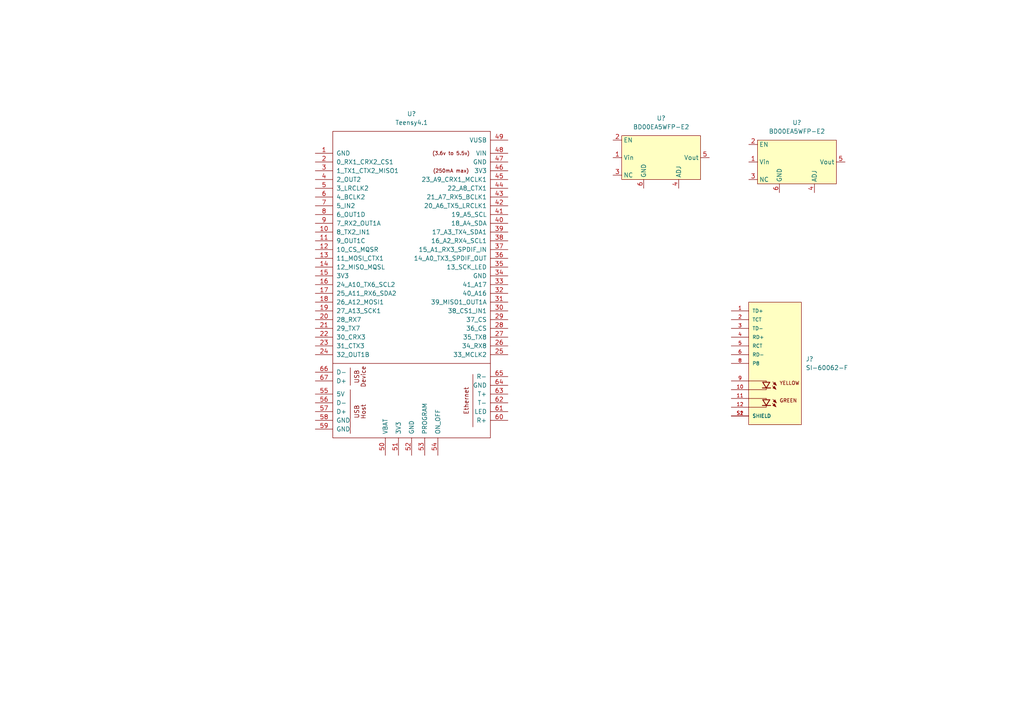
<source format=kicad_sch>
(kicad_sch (version 20211123) (generator eeschema)
  (paper "A4")
  (lib_symbols
    (symbol "SI-60062-F:SI-60062-F" (pin_names (offset 1.016))
      (property "Reference" "J" (at -7.62 18.542 0))
      (property "Value" "SI-60062-F" (at -7.62 -20.32 0))
      (symbol "SI-60062-F_0_0"
        (rectangle (start -7.62 -17.78) (end 7.62 17.78) (stroke (width 0.1524)) (fill (type background)))
        (polyline (pts (xy -7.62 -10.16) (xy -2.54 -10.16)) (stroke (width 0.1524)))
        (polyline (pts (xy -7.62 -5.08) (xy -2.54 -5.08)) (stroke (width 0.1524)))
        (polyline (pts (xy -3.683 -12.192) (xy -2.54 -12.192)) (stroke (width 0.254)))
        (polyline (pts (xy -3.683 -7.112) (xy -2.54 -7.112)) (stroke (width 0.254)))
        (polyline (pts (xy -3.556 -10.541) (xy -2.54 -12.192)) (stroke (width 0.254)))
        (polyline (pts (xy -3.556 -10.541) (xy -1.524 -10.541)) (stroke (width 0.254)))
        (polyline (pts (xy -3.556 -5.461) (xy -2.54 -7.112)) (stroke (width 0.254)))
        (polyline (pts (xy -3.556 -5.461) (xy -1.524 -5.461)) (stroke (width 0.254)))
        (polyline (pts (xy -2.54 -12.7) (xy -7.62 -12.7)) (stroke (width 0.1524)))
        (polyline (pts (xy -2.54 -12.319) (xy -2.54 -12.7)) (stroke (width 0.1524)))
        (polyline (pts (xy -2.54 -12.192) (xy -1.524 -10.541)) (stroke (width 0.254)))
        (polyline (pts (xy -2.54 -12.192) (xy -1.27 -12.192)) (stroke (width 0.254)))
        (polyline (pts (xy -2.54 -10.16) (xy -2.54 -10.414)) (stroke (width 0.1524)))
        (polyline (pts (xy -2.54 -7.62) (xy -7.62 -7.62)) (stroke (width 0.1524)))
        (polyline (pts (xy -2.54 -7.239) (xy -2.54 -7.62)) (stroke (width 0.1524)))
        (polyline (pts (xy -2.54 -7.112) (xy -1.524 -5.461)) (stroke (width 0.254)))
        (polyline (pts (xy -2.54 -7.112) (xy -1.27 -7.112)) (stroke (width 0.254)))
        (polyline (pts (xy -2.54 -5.08) (xy -2.54 -5.334)) (stroke (width 0.1524)))
        (polyline (pts (xy -0.762 -11.557) (xy 0.254 -12.573)) (stroke (width 0.1524)))
        (polyline (pts (xy -0.762 -6.477) (xy 0.254 -7.493)) (stroke (width 0.1524)))
        (polyline (pts (xy -0.635 -10.414) (xy 0.381 -11.43)) (stroke (width 0.1524)))
        (polyline (pts (xy -0.635 -5.334) (xy 0.381 -6.35)) (stroke (width 0.1524)))
        (polyline (pts (xy 0.254 -12.573) (xy -0.127 -11.684) (xy -0.635 -12.192) (xy 0.254 -12.573)) (stroke (width 0.1524)) (fill (type outline)))
        (polyline (pts (xy 0.254 -7.493) (xy -0.127 -6.604) (xy -0.635 -7.112) (xy 0.254 -7.493)) (stroke (width 0.1524)) (fill (type outline)))
        (polyline (pts (xy 0.381 -11.43) (xy 0 -10.541) (xy -0.508 -11.049) (xy 0.381 -11.43)) (stroke (width 0.1524)) (fill (type outline)))
        (polyline (pts (xy 0.381 -6.35) (xy 0 -5.461) (xy -0.508 -5.969) (xy 0.381 -6.35)) (stroke (width 0.1524)) (fill (type outline)))
        (text "GREEN" (at 1.27 -10.16 0) (effects (font (size 1.016 1.016)) (justify left top)))
        (text "YELLOW" (at 1.27 -5.08 0) (effects (font (size 1.016 1.016)) (justify left top)))
        (pin passive line (at -12.7 15.24 0) (length 5.08) (name "TD+") (number "1"))
        (pin passive line (at -12.7 -7.62 0) (length 5.08) (name "~") (number "10"))
        (pin passive line (at -12.7 -10.16 0) (length 5.08) (name "~") (number "11"))
        (pin passive line (at -12.7 -12.7 0) (length 5.08) (name "~") (number "12"))
        (pin passive line (at -12.7 12.7 0) (length 5.08) (name "TCT") (number "2"))
        (pin passive line (at -12.7 10.16 0) (length 5.08) (name "TD-") (number "3"))
        (pin passive line (at -12.7 7.62 0) (length 5.08) (name "RD+") (number "4"))
        (pin passive line (at -12.7 5.08 0) (length 5.08) (name "RCT") (number "5"))
        (pin passive line (at -12.7 2.54 0) (length 5.08) (name "RD-") (number "6"))
        (pin passive line (at -12.7 0 0) (length 5.08) (name "P8") (number "8"))
        (pin passive line (at -12.7 -5.08 0) (length 5.08) (name "~") (number "9"))
        (pin passive line (at -12.7 -15.24 0) (length 5.08) (name "SHIELD") (number "S1"))
        (pin passive line (at -12.7 -15.24 0) (length 5.08) (name "SHIELD") (number "S2"))
      )
    )
    (symbol "parrot_imu:BD00EA5WFP-E2"
      (property "Reference" "U" (at 7.62 7.62 0))
      (property "Value" "BD00EA5WFP-E2" (at 0 10.16 0))
      (symbol "BD00EA5WFP-E2_0_1"
        (rectangle (start -11.43 6.35) (end 11.43 -6.35) (fill (type background)))
      )
      (symbol "BD00EA5WFP-E2_1_1"
        (pin passive line (at -13.97 0 0) (length 2.54) (name "Vin") (number "1"))
        (pin passive line (at -13.97 5.08 0) (length 2.54) (name "EN") (number "2"))
        (pin passive line (at -13.97 -5.08 0) (length 2.54) (name "NC") (number "3"))
        (pin passive line (at 5.08 -8.89 90) (length 2.54) (name "ADJ") (number "4"))
        (pin passive line (at 13.97 0 180) (length 2.54) (name "Vout") (number "5"))
        (pin passive line (at -5.08 -8.89 90) (length 2.54) (name "GND") (number "6"))
      )
    )
    (symbol "teensy_symbol:Teensy4.1" (pin_names (offset 1.016))
      (property "Reference" "U" (at 0 64.77 0))
      (property "Value" "Teensy4.1" (at 0 62.23 0))
      (symbol "Teensy4.1_0_0"
        (polyline (pts (xy -22.86 -6.35) (xy 22.86 -6.35)))
        (polyline (pts (xy -17.78 -26.67) (xy -17.78 -13.97)))
        (polyline (pts (xy -17.78 -7.62) (xy -17.78 -12.7)))
        (polyline (pts (xy 17.78 -9.525) (xy 17.78 -24.765)))
        (text "(250mA max)" (at 11.43 49.53 0) (effects (font (size 1.016 1.016))))
        (text "(3.6v to 5.5v)" (at 11.43 54.61 0) (effects (font (size 1.016 1.016))))
        (text "Device" (at -13.97 -10.16 900) (effects (font (size 1.27 1.27))))
        (text "Ethernet" (at 15.875 -17.145 900) (effects (font (size 1.27 1.27))))
        (text "Host" (at -13.97 -20.32 900) (effects (font (size 1.27 1.27))))
        (text "USB" (at -15.875 -20.32 900) (effects (font (size 1.27 1.27))))
        (text "USB" (at -15.875 -10.16 900) (effects (font (size 1.27 1.27))))
        (pin bidirectional line (at -27.94 31.75 0) (length 5.08) (name "8_TX2_IN1") (number "10"))
        (pin bidirectional line (at -27.94 29.21 0) (length 5.08) (name "9_OUT1C") (number "11"))
        (pin bidirectional line (at -27.94 26.67 0) (length 5.08) (name "10_CS_MQSR") (number "12"))
        (pin bidirectional line (at -27.94 24.13 0) (length 5.08) (name "11_MOSI_CTX1") (number "13"))
        (pin bidirectional line (at -27.94 21.59 0) (length 5.08) (name "12_MISO_MQSL") (number "14"))
        (pin power_in line (at -27.94 19.05 0) (length 5.08) (name "3V3") (number "15"))
        (pin bidirectional line (at -27.94 16.51 0) (length 5.08) (name "24_A10_TX6_SCL2") (number "16"))
        (pin bidirectional line (at -27.94 13.97 0) (length 5.08) (name "25_A11_RX6_SDA2") (number "17"))
        (pin bidirectional line (at -27.94 11.43 0) (length 5.08) (name "26_A12_MOSI1") (number "18"))
        (pin bidirectional line (at -27.94 8.89 0) (length 5.08) (name "27_A13_SCK1") (number "19"))
        (pin bidirectional line (at -27.94 6.35 0) (length 5.08) (name "28_RX7") (number "20"))
        (pin bidirectional line (at -27.94 3.81 0) (length 5.08) (name "29_TX7") (number "21"))
        (pin bidirectional line (at -27.94 1.27 0) (length 5.08) (name "30_CRX3") (number "22"))
        (pin bidirectional line (at -27.94 -1.27 0) (length 5.08) (name "31_CTX3") (number "23"))
        (pin bidirectional line (at -27.94 -3.81 0) (length 5.08) (name "32_OUT1B") (number "24"))
        (pin bidirectional line (at 27.94 -3.81 180) (length 5.08) (name "33_MCLK2") (number "25"))
        (pin bidirectional line (at 27.94 -1.27 180) (length 5.08) (name "34_RX8") (number "26"))
        (pin bidirectional line (at 27.94 1.27 180) (length 5.08) (name "35_TX8") (number "27"))
        (pin bidirectional line (at 27.94 3.81 180) (length 5.08) (name "36_CS") (number "28"))
        (pin bidirectional line (at 27.94 6.35 180) (length 5.08) (name "37_CS") (number "29"))
        (pin bidirectional line (at 27.94 8.89 180) (length 5.08) (name "38_CS1_IN1") (number "30"))
        (pin bidirectional line (at 27.94 11.43 180) (length 5.08) (name "39_MISO1_OUT1A") (number "31"))
        (pin bidirectional line (at 27.94 13.97 180) (length 5.08) (name "40_A16") (number "32"))
        (pin bidirectional line (at 27.94 16.51 180) (length 5.08) (name "41_A17") (number "33"))
        (pin bidirectional line (at 27.94 21.59 180) (length 5.08) (name "13_SCK_LED") (number "35"))
        (pin bidirectional line (at 27.94 24.13 180) (length 5.08) (name "14_A0_TX3_SPDIF_OUT") (number "36"))
        (pin bidirectional line (at 27.94 26.67 180) (length 5.08) (name "15_A1_RX3_SPDIF_IN") (number "37"))
        (pin bidirectional line (at 27.94 29.21 180) (length 5.08) (name "16_A2_RX4_SCL1") (number "38"))
        (pin bidirectional line (at 27.94 31.75 180) (length 5.08) (name "17_A3_TX4_SDA1") (number "39"))
        (pin bidirectional line (at 27.94 34.29 180) (length 5.08) (name "18_A4_SDA") (number "40"))
        (pin bidirectional line (at 27.94 36.83 180) (length 5.08) (name "19_A5_SCL") (number "41"))
        (pin bidirectional line (at 27.94 39.37 180) (length 5.08) (name "20_A6_TX5_LRCLK1") (number "42"))
        (pin bidirectional line (at 27.94 41.91 180) (length 5.08) (name "21_A7_RX5_BCLK1") (number "43"))
        (pin bidirectional line (at 27.94 44.45 180) (length 5.08) (name "22_A8_CTX1") (number "44"))
        (pin bidirectional line (at 27.94 46.99 180) (length 5.08) (name "23_A9_CRX1_MCLK1") (number "45"))
        (pin output line (at 27.94 49.53 180) (length 5.08) (name "3V3") (number "46"))
        (pin output line (at 27.94 52.07 180) (length 5.08) (name "GND") (number "47"))
        (pin power_in line (at 27.94 54.61 180) (length 5.08) (name "VIN") (number "48"))
        (pin power_out line (at 27.94 58.42 180) (length 5.08) (name "VUSB") (number "49"))
        (pin bidirectional line (at -27.94 44.45 0) (length 5.08) (name "3_LRCLK2") (number "5"))
        (pin power_in line (at -7.62 -33.02 90) (length 5.08) (name "VBAT") (number "50"))
        (pin power_in line (at -3.81 -33.02 90) (length 5.08) (name "3V3") (number "51"))
        (pin input line (at 0 -33.02 90) (length 5.08) (name "GND") (number "52"))
        (pin input line (at 3.81 -33.02 90) (length 5.08) (name "PROGRAM") (number "53"))
        (pin input line (at 7.62 -33.02 90) (length 5.08) (name "ON_OFF") (number "54"))
        (pin power_out line (at -27.94 -15.24 0) (length 5.08) (name "5V") (number "55"))
        (pin bidirectional line (at -27.94 -17.78 0) (length 5.08) (name "D-") (number "56"))
        (pin bidirectional line (at -27.94 -20.32 0) (length 5.08) (name "D+") (number "57"))
        (pin power_in line (at -27.94 -22.86 0) (length 5.08) (name "GND") (number "58"))
        (pin power_in line (at -27.94 -25.4 0) (length 5.08) (name "GND") (number "59"))
        (pin bidirectional line (at -27.94 41.91 0) (length 5.08) (name "4_BCLK2") (number "6"))
        (pin bidirectional line (at 27.94 -22.86 180) (length 5.08) (name "R+") (number "60"))
        (pin bidirectional line (at 27.94 -20.32 180) (length 5.08) (name "LED") (number "61"))
        (pin bidirectional line (at 27.94 -17.78 180) (length 5.08) (name "T-") (number "62"))
        (pin bidirectional line (at 27.94 -15.24 180) (length 5.08) (name "T+") (number "63"))
        (pin power_in line (at 27.94 -12.7 180) (length 5.08) (name "GND") (number "64"))
        (pin bidirectional line (at 27.94 -10.16 180) (length 5.08) (name "R-") (number "65"))
        (pin bidirectional line (at -27.94 -8.89 0) (length 5.08) (name "D-") (number "66"))
        (pin bidirectional line (at -27.94 -11.43 0) (length 5.08) (name "D+") (number "67"))
        (pin bidirectional line (at -27.94 39.37 0) (length 5.08) (name "5_IN2") (number "7"))
        (pin bidirectional line (at -27.94 36.83 0) (length 5.08) (name "6_OUT1D") (number "8"))
        (pin bidirectional line (at -27.94 34.29 0) (length 5.08) (name "7_RX2_OUT1A") (number "9"))
      )
      (symbol "Teensy4.1_0_1"
        (rectangle (start -22.86 60.96) (end 22.86 -27.94))
        (rectangle (start -20.32 -1.27) (end -20.32 -1.27))
      )
      (symbol "Teensy4.1_1_1"
        (pin power_in line (at -27.94 54.61 0) (length 5.08) (name "GND") (number "1"))
        (pin bidirectional line (at -27.94 52.07 0) (length 5.08) (name "0_RX1_CRX2_CS1") (number "2"))
        (pin bidirectional line (at -27.94 49.53 0) (length 5.08) (name "1_TX1_CTX2_MISO1") (number "3"))
        (pin power_in line (at 27.94 19.05 180) (length 5.08) (name "GND") (number "34"))
        (pin bidirectional line (at -27.94 46.99 0) (length 5.08) (name "2_OUT2") (number "4"))
      )
    )
  )
  (symbol (lib_id "parrot_imu:BD00EA5WFP-E2") (at 231.14 46.99 0) (unit 1)
    (property "Reference" "U?" (at 231.14 35.56 0))
    (property "Value" "BD00EA5WFP-E2" (at 231.14 38.1 0))
    (property "Footprint" "parrot_imu:BD00EA5WFP-E2" (effects hide))
    (property "Digikey" "846-BD00EA5WFP-E2CT-ND" (effects hide))
  )
  (symbol (lib_id "parrot_imu:BD00EA5WFP-E2") (at 191.77 45.72 0) (unit 1)
    (property "Reference" "U?" (at 191.77 34.29 0))
    (property "Value" "BD00EA5WFP-E2" (at 191.77 36.83 0))
    (property "Footprint" "parrot_imu:BD00EA5WFP-E2" (effects hide))
    (property "Digikey" "846-BD00EA5WFP-E2CT-ND" (effects hide))
  )
  (symbol (lib_id "teensy_symbol:Teensy4.1") (at 119.38 99.06 0) (unit 1)
    (property "Reference" "U?" (at 119.38 33.02 0))
    (property "Value" "Teensy4.1" (at 119.38 35.56 0))
    (property "Footprint" "teensy_footprint:Teensy41" (effects hide))
  )
  (symbol (lib_id "SI-60062-F:SI-60062-F") (at 224.79 105.41 0) (unit 1)
    (property "Reference" "J?" (at 233.68 104.1399 0) (effects (justify left)))
    (property "Value" "SI-60062-F" (at 233.68 106.6799 0) (effects (justify left)))
    (property "Footprint" "Connector_RJ:RJ45_Bel_SI-60062-F" (effects hide))
    (property "STANDARD" "Manufacturer Recommendations" (effects hide))
    (property "MAXIMUM_PACKAGE_HEIGHT" "15.21mm" (effects hide))
    (property "MANUFACTURER" "Bel Fuse" (effects hide))
    (property "PARTREV" "B0" (effects hide))
    (property "Digikey" "507-SI-60062-F-ND" (effects hide))
  )
)
</source>
